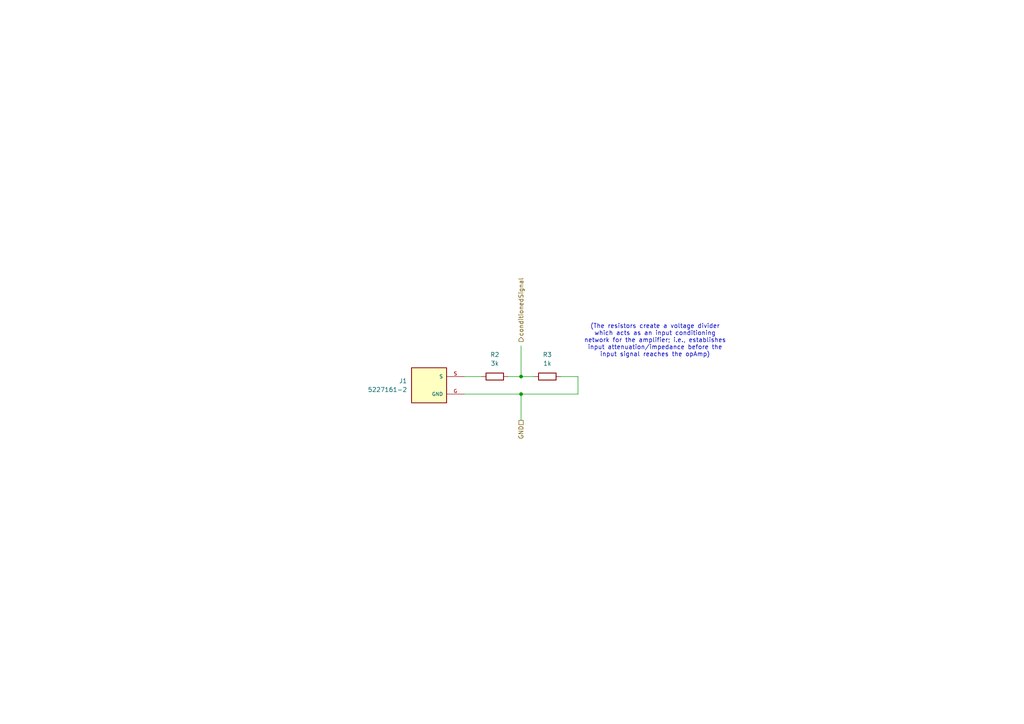
<source format=kicad_sch>
(kicad_sch (version 20231120) (generator "eeschema") (generator_version "8.0")
  (paper "A4")
  (lib_symbols
    (symbol "BNCFemaleConn:5227161-2" (pin_names (offset 1.016))
      (property "Reference" "J" (at -5.08 6.35 0))
      (property "Value" "5227161-2" (at -5.08 -6.35 0))
      (symbol "5227161-2_0_0"
        (rectangle (start -5.08 -5.08) (end 5.08 5.08) (stroke (width 0.254)) (fill (type background)))
        (pin power_in line (at -10.16 -2.54 0) (length 5.08) (name "GND") (number "G"))
        (pin passive line (at -10.16 2.54 0) (length 5.08) (name "S") (number "S"))
      )
    )
    (symbol "Device:R" (pin_numbers hide) (pin_names (offset 0))
      (property "Reference" "R" (at 2.032 0 90))
      (property "Value" "R" (at 0 0 90))
      (symbol "R_0_1"
        (rectangle (start -1.016 -2.54) (end 1.016 2.54) (stroke (width 0.254)))
      )
      (symbol "R_1_1"
        (pin passive line (at 0 3.81 270) (length 1.27) (name "~") (number "1"))
        (pin passive line (at 0 -3.81 90) (length 1.27) (name "~") (number "2"))
      )
    )
  )
  (junction (at 151.13 114.3))
  (junction (at 151.13 109.22))
  (wire (pts (xy 167.64 109.22) (xy 167.64 114.3)))
  (wire (pts (xy 167.64 114.3) (xy 151.13 114.3)))
  (wire (pts (xy 139.7 109.22) (xy 134.62 109.22)))
  (wire (pts (xy 151.13 121.92) (xy 151.13 114.3)))
  (wire (pts (xy 147.32 109.22) (xy 151.13 109.22)))
  (wire (pts (xy 151.13 100.33) (xy 151.13 109.22)))
  (wire (pts (xy 151.13 114.3) (xy 134.62 114.3)))
  (wire (pts (xy 151.13 109.22) (xy 154.94 109.22)))
  (wire (pts (xy 162.56 109.22) (xy 167.64 109.22)))
  (text "(The resistors create a voltage divider\nwhich acts as an input conditioning\nnetwork for the amplifier; i.e., establishes\ninput attenuation/impedance before the\ninput signal reaches the opAmp)" (at 189.992 98.806 0) (effects (font (size 1.27 1.27))))
  (hierarchical_label "conditionedSignal" (shape output) (at 151.13 99.06 90))
  (hierarchical_label "GND" (shape passive) (at 151.13 121.92 270))
  (symbol (lib_id "Device:R") (at 158.75 109.22 90) (unit 1)
    (property "Reference" "R3" (at 158.75 102.87 90))
    (property "Value" "1k" (at 158.75 105.41 90))
    (property "Description" "Resistor" (effects (hide yes)))
  )
  (symbol (lib_id "Device:R") (at 143.51 109.22 270) (unit 1)
    (property "Reference" "R2" (at 143.51 102.87 90))
    (property "Value" "3k" (at 143.51 105.41 90))
    (property "Description" "Resistor" (effects (hide yes)))
  )
  (symbol (lib_id "BNCFemaleConn:5227161-2") (at 124.46 111.76 0) (mirror y) (unit 1)
    (property "Reference" "J1" (at 118.11 110.4899 0) (effects (justify left)))
    (property "Value" "5227161-2" (at 118.11 113.0299 0) (effects (justify left)))
    (property "Footprint" "5227161-2:TE_5227161-2" (effects (hide yes)))
    (property "Comment" "5227161-2" (effects (hide yes)))
    (property "MF" "TE Connectivity" (effects (hide yes)))
    (property "MAXIMUM_PACKAGE_HEIGHT" "16.13 mm" (effects (hide yes)))
    (property "Package" "None" (effects (hide yes)))
    (property "Price" "None" (effects (hide yes)))
    (property "Check_prices" "https://www.snapeda.com/parts/5227161-2/TE+Connectivity/view-part/?ref=eda" (effects (hide yes)))
    (property "STANDARD" "Manufacturer Recommendations" (effects (hide yes)))
    (property "PARTREV" "B3" (effects (hide yes)))
    (property "SnapEDA_Link" "https://www.snapeda.com/parts/5227161-2/TE+Connectivity/view-part/?ref=snap" (effects (hide yes)))
    (property "MP" "5227161-2" (effects (hide yes)))
    (property "EU_RoHS_Compliance" "Compliant with Exemptions" (effects (hide yes)))
    (property "Description_1" "\n                        \n                            CONNECTOR, RF, BNC, JACK, PCB, RIGHT ANGLE, WITH PINS | TE Connectivity 5227161-2\n                        \n" (effects (hide yes)))
    (property "Number_of_Positions" "1" (effects (hide yes)))
    (property "Availability" "In Stock" (effects (hide yes)))
    (property "MANUFACTURER" "TE Connectivity" (effects (hide yes)))
  )
)
</source>
